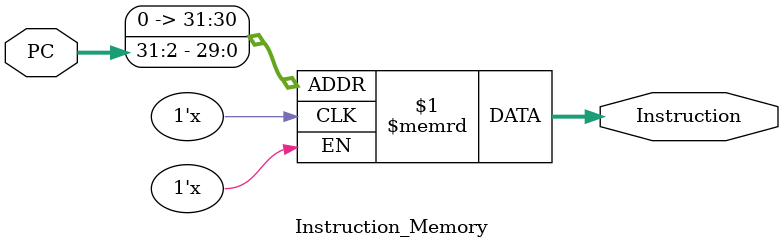
<source format=v>
`timescale 1ns / 1ps
module Instruction_Memory(PC,Instruction);
input [31:0] PC;
output [31:0] Instruction;
reg [31:0] RAM[1023:0];
//initial
//begin
//	$readmemh("memfile.dat",RAM);
//end
assign Instruction = RAM[(PC >> 2)];
endmodule

</source>
